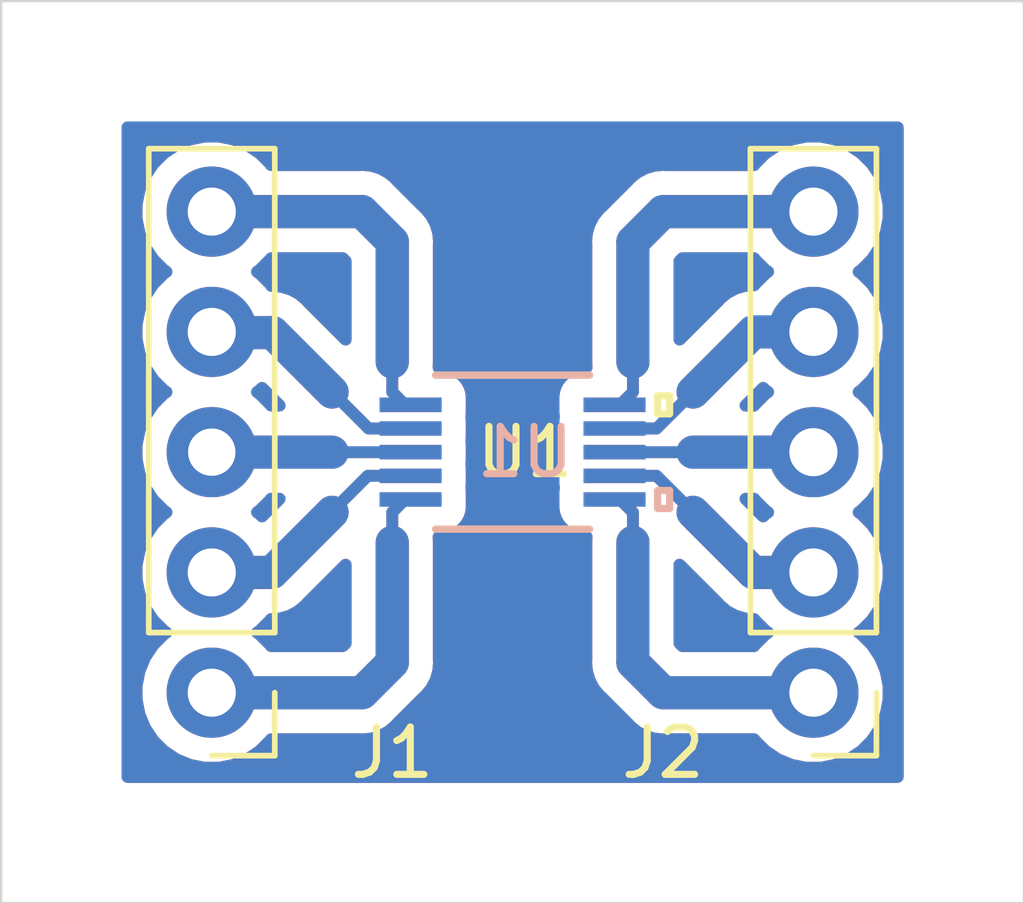
<source format=kicad_pcb>
(kicad_pcb (version 20171130) (host pcbnew "(5.1.6)-1")

  (general
    (thickness 1.6)
    (drawings 8)
    (tracks 96)
    (zones 0)
    (modules 4)
    (nets 11)
  )

  (page A)
  (layers
    (0 F.Cu signal)
    (31 B.Cu signal)
    (32 B.Adhes user hide)
    (33 F.Adhes user hide)
    (34 B.Paste user hide)
    (35 F.Paste user hide)
    (36 B.SilkS user)
    (37 F.SilkS user)
    (38 B.Mask user hide)
    (39 F.Mask user hide)
    (40 Dwgs.User user hide)
    (41 Cmts.User user hide)
    (42 Eco1.User user hide)
    (43 Eco2.User user hide)
    (44 Edge.Cuts user)
    (45 Margin user hide)
    (46 B.CrtYd user)
    (47 F.CrtYd user)
    (48 B.Fab user hide)
    (49 F.Fab user hide)
  )

  (setup
    (last_trace_width 0.25)
    (trace_clearance 0.2)
    (zone_clearance 0.508)
    (zone_45_only no)
    (trace_min 0.2)
    (via_size 0.8)
    (via_drill 0.4)
    (via_min_size 0.4)
    (via_min_drill 0.3)
    (uvia_size 0.3)
    (uvia_drill 0.1)
    (uvias_allowed no)
    (uvia_min_size 0.2)
    (uvia_min_drill 0.1)
    (edge_width 0.05)
    (segment_width 0.2)
    (pcb_text_width 0.3)
    (pcb_text_size 1.5 1.5)
    (mod_edge_width 0.12)
    (mod_text_size 1 1)
    (mod_text_width 0.15)
    (pad_size 1.3081 0.3048)
    (pad_drill 0)
    (pad_to_mask_clearance 0.05)
    (aux_axis_origin 119.38 98.425)
    (visible_elements 7FFFFFFF)
    (pcbplotparams
      (layerselection 0x0d130_ffffffff)
      (usegerberextensions false)
      (usegerberattributes true)
      (usegerberadvancedattributes true)
      (creategerberjobfile true)
      (excludeedgelayer true)
      (linewidth 0.100000)
      (plotframeref false)
      (viasonmask false)
      (mode 1)
      (useauxorigin false)
      (hpglpennumber 1)
      (hpglpenspeed 20)
      (hpglpendiameter 15.000000)
      (psnegative false)
      (psa4output false)
      (plotreference true)
      (plotvalue true)
      (plotinvisibletext false)
      (padsonsilk false)
      (subtractmaskfromsilk false)
      (outputformat 1)
      (mirror false)
      (drillshape 0)
      (scaleselection 1)
      (outputdirectory "../Fabrication/Walker-Howell_Breakout_10TSSOP_RevA/"))
  )

  (net 0 "")
  (net 1 5)
  (net 2 4)
  (net 3 3)
  (net 4 2)
  (net 5 1)
  (net 6 10)
  (net 7 9)
  (net 8 8)
  (net 9 7)
  (net 10 6)

  (net_class Default "This is the default net class."
    (clearance 0.2)
    (trace_width 0.25)
    (via_dia 0.8)
    (via_drill 0.4)
    (uvia_dia 0.3)
    (uvia_drill 0.1)
    (add_net 1)
    (add_net 10)
    (add_net 2)
    (add_net 3)
    (add_net 4)
    (add_net 5)
    (add_net 6)
    (add_net 7)
    (add_net 8)
    (add_net 9)
  )

  (module CS5343CZZ:CS5343-CZZ (layer B.Cu) (tedit 5FA19518) (tstamp 5FA29DC4)
    (at 130.175 107.95)
    (path /5FA0B152)
    (fp_text reference U1 (at 0.263099 0) (layer B.SilkS)
      (effects (font (size 1 1) (thickness 0.15)) (justify mirror))
    )
    (fp_text value CS5343-CZZ (at 0 0) (layer B.SilkS) hide
      (effects (font (size 1 1) (thickness 0.15)) (justify mirror))
    )
    (fp_line (start -1.4986 0.8476) (end -1.4986 1.1524) (layer B.Fab) (width 0.1524))
    (fp_line (start -1.4986 1.1524) (end -2.4511 1.1524) (layer B.Fab) (width 0.1524))
    (fp_line (start -2.4511 1.1524) (end -2.4511 0.8476) (layer B.Fab) (width 0.1524))
    (fp_line (start -2.4511 0.8476) (end -1.4986 0.8476) (layer B.Fab) (width 0.1524))
    (fp_line (start -1.4986 0.3476) (end -1.4986 0.6524) (layer B.Fab) (width 0.1524))
    (fp_line (start -1.4986 0.6524) (end -2.4511 0.6524) (layer B.Fab) (width 0.1524))
    (fp_line (start -2.4511 0.6524) (end -2.4511 0.3476) (layer B.Fab) (width 0.1524))
    (fp_line (start -2.4511 0.3476) (end -1.4986 0.3476) (layer B.Fab) (width 0.1524))
    (fp_line (start -1.4986 -0.1524) (end -1.4986 0.1524) (layer B.Fab) (width 0.1524))
    (fp_line (start -1.4986 0.1524) (end -2.4511 0.1524) (layer B.Fab) (width 0.1524))
    (fp_line (start -2.4511 0.1524) (end -2.4511 -0.1524) (layer B.Fab) (width 0.1524))
    (fp_line (start -2.4511 -0.1524) (end -1.4986 -0.1524) (layer B.Fab) (width 0.1524))
    (fp_line (start -1.4986 -0.6524) (end -1.4986 -0.3476) (layer B.Fab) (width 0.1524))
    (fp_line (start -1.4986 -0.3476) (end -2.4511 -0.3476) (layer B.Fab) (width 0.1524))
    (fp_line (start -2.4511 -0.3476) (end -2.4511 -0.6524) (layer B.Fab) (width 0.1524))
    (fp_line (start -2.4511 -0.6524) (end -1.4986 -0.6524) (layer B.Fab) (width 0.1524))
    (fp_line (start -1.4986 -1.1524) (end -1.4986 -0.8476) (layer B.Fab) (width 0.1524))
    (fp_line (start -1.4986 -0.8476) (end -2.4511 -0.8476) (layer B.Fab) (width 0.1524))
    (fp_line (start -2.4511 -0.8476) (end -2.4511 -1.1524) (layer B.Fab) (width 0.1524))
    (fp_line (start -2.4511 -1.1524) (end -1.4986 -1.1524) (layer B.Fab) (width 0.1524))
    (fp_line (start 1.4986 -0.8476) (end 1.4986 -1.1524) (layer B.Fab) (width 0.1524))
    (fp_line (start 1.4986 -1.1524) (end 2.4511 -1.1524) (layer B.Fab) (width 0.1524))
    (fp_line (start 2.4511 -1.1524) (end 2.4511 -0.8476) (layer B.Fab) (width 0.1524))
    (fp_line (start 2.4511 -0.8476) (end 1.4986 -0.8476) (layer B.Fab) (width 0.1524))
    (fp_line (start 1.4986 -0.3476) (end 1.4986 -0.6524) (layer B.Fab) (width 0.1524))
    (fp_line (start 1.4986 -0.6524) (end 2.4511 -0.6524) (layer B.Fab) (width 0.1524))
    (fp_line (start 2.4511 -0.6524) (end 2.4511 -0.3476) (layer B.Fab) (width 0.1524))
    (fp_line (start 2.4511 -0.3476) (end 1.4986 -0.3476) (layer B.Fab) (width 0.1524))
    (fp_line (start 1.4986 0.1524) (end 1.4986 -0.1524) (layer B.Fab) (width 0.1524))
    (fp_line (start 1.4986 -0.1524) (end 2.4511 -0.1524) (layer B.Fab) (width 0.1524))
    (fp_line (start 2.4511 -0.1524) (end 2.4511 0.1524) (layer B.Fab) (width 0.1524))
    (fp_line (start 2.4511 0.1524) (end 1.4986 0.1524) (layer B.Fab) (width 0.1524))
    (fp_line (start 1.4986 0.6524) (end 1.4986 0.3476) (layer B.Fab) (width 0.1524))
    (fp_line (start 1.4986 0.3476) (end 2.4511 0.3476) (layer B.Fab) (width 0.1524))
    (fp_line (start 2.4511 0.3476) (end 2.4511 0.6524) (layer B.Fab) (width 0.1524))
    (fp_line (start 2.4511 0.6524) (end 1.4986 0.6524) (layer B.Fab) (width 0.1524))
    (fp_line (start 1.4986 1.1524) (end 1.4986 0.8476) (layer B.Fab) (width 0.1524))
    (fp_line (start 1.4986 0.8476) (end 2.4511 0.8476) (layer B.Fab) (width 0.1524))
    (fp_line (start 2.4511 0.8476) (end 2.4511 1.1524) (layer B.Fab) (width 0.1524))
    (fp_line (start 2.4511 1.1524) (end 1.4986 1.1524) (layer B.Fab) (width 0.1524))
    (fp_line (start -1.6256 -1.6256) (end 1.6256 -1.6256) (layer B.SilkS) (width 0.1524))
    (fp_line (start 1.6256 1.6256) (end -1.6256 1.6256) (layer B.SilkS) (width 0.1524))
    (fp_line (start -1.4986 -1.4986) (end 1.4986 -1.4986) (layer B.Fab) (width 0.1524))
    (fp_line (start 1.4986 -1.4986) (end 1.4986 1.4986) (layer B.Fab) (width 0.1524))
    (fp_line (start 1.4986 1.4986) (end -1.4986 1.4986) (layer B.Fab) (width 0.1524))
    (fp_line (start -1.4986 1.4986) (end -1.4986 -1.4986) (layer B.Fab) (width 0.1524))
    (fp_line (start 3.3147 1.190501) (end 3.3147 0.809501) (layer B.SilkS) (width 0.1524))
    (fp_line (start 3.3147 0.809501) (end 3.0607 0.809501) (layer B.SilkS) (width 0.1524))
    (fp_line (start 3.0607 0.809501) (end 3.0607 1.190501) (layer B.SilkS) (width 0.1524))
    (fp_line (start 3.0607 1.190501) (end 3.3147 1.190501) (layer B.SilkS) (width 0.1524))
    (fp_line (start -3.0607 -1.4064) (end -3.0607 1.4064) (layer B.CrtYd) (width 0.1524))
    (fp_line (start -3.0607 1.4064) (end -1.7526 1.4064) (layer B.CrtYd) (width 0.1524))
    (fp_line (start -1.7526 1.4064) (end -1.7526 1.7526) (layer B.CrtYd) (width 0.1524))
    (fp_line (start -1.7526 1.7526) (end 1.7526 1.7526) (layer B.CrtYd) (width 0.1524))
    (fp_line (start 1.7526 1.7526) (end 1.7526 1.4064) (layer B.CrtYd) (width 0.1524))
    (fp_line (start 1.7526 1.4064) (end 3.0607 1.4064) (layer B.CrtYd) (width 0.1524))
    (fp_line (start 3.0607 1.4064) (end 3.0607 -1.4064) (layer B.CrtYd) (width 0.1524))
    (fp_line (start 3.0607 -1.4064) (end 1.7526 -1.4064) (layer B.CrtYd) (width 0.1524))
    (fp_line (start 1.7526 -1.4064) (end 1.7526 -1.7526) (layer B.CrtYd) (width 0.1524))
    (fp_line (start 1.7526 -1.7526) (end -1.7526 -1.7526) (layer B.CrtYd) (width 0.1524))
    (fp_line (start -1.7526 -1.7526) (end -1.7526 -1.4064) (layer B.CrtYd) (width 0.1524))
    (fp_line (start -1.7526 -1.4064) (end -3.0607 -1.4064) (layer B.CrtYd) (width 0.1524))
    (fp_arc (start 0 1.4986) (end 0.3048 1.4986) (angle -180) (layer B.Fab) (width 0.1524))
    (fp_text user * (at -1.1176 1.4224) (layer B.Fab) hide
      (effects (font (size 1 1) (thickness 0.15)) (justify mirror))
    )
    (fp_text user * (at -2.40665 2.4478) (layer B.SilkS) hide
      (effects (font (size 1 1) (thickness 0.15)) (justify mirror))
    )
    (fp_text user 0.052in/1.308mm (at -2.15265 -3.9116) (layer Dwgs.User) hide
      (effects (font (size 1 1) (thickness 0.15)))
    )
    (fp_text user 0.17in/4.305mm (at 0 3.9116) (layer Dwgs.User) hide
      (effects (font (size 1 1) (thickness 0.15)))
    )
    (fp_text user 0.012in/0.305mm (at 5.20065 1) (layer Dwgs.User) hide
      (effects (font (size 1 1) (thickness 0.15)))
    )
    (fp_text user 0.02in/0.5mm (at -5.20065 0.75) (layer Dwgs.User) hide
      (effects (font (size 1 1) (thickness 0.15)))
    )
    (fp_text user * (at -1.1176 1.4224) (layer B.Fab) hide
      (effects (font (size 1 1) (thickness 0.15)) (justify mirror))
    )
    (fp_text user * (at -2.40665 2.4478) (layer B.SilkS) hide
      (effects (font (size 1 1) (thickness 0.15)) (justify mirror))
    )
    (fp_text user "Copyright 2016 Accelerated Designs. All rights reserved." (at 0 0) (layer Cmts.User) hide
      (effects (font (size 0.127 0.127) (thickness 0.002)))
    )
    (pad 10 smd rect (at 2.15265 1.000001) (size 1.3081 0.3048) (layers B.Cu B.Paste B.Mask)
      (net 10 6))
    (pad 9 smd rect (at 2.15265 0.499999) (size 1.3081 0.3048) (layers B.Cu B.Paste B.Mask)
      (net 9 7))
    (pad 8 smd rect (at 2.15265 0) (size 1.3081 0.3048) (layers B.Cu B.Paste B.Mask)
      (net 8 8))
    (pad 7 smd rect (at 2.15265 -0.499999) (size 1.3081 0.3048) (layers B.Cu B.Paste B.Mask)
      (net 7 9))
    (pad 6 smd rect (at 2.15265 -1.000001) (size 1.3081 0.3048) (layers B.Cu B.Paste B.Mask)
      (net 6 10))
    (pad 5 smd rect (at -2.15265 -1.000001) (size 1.3081 0.3048) (layers B.Cu B.Paste B.Mask)
      (net 5 1))
    (pad 4 smd rect (at -2.15265 -0.499999) (size 1.3081 0.3048) (layers B.Cu B.Paste B.Mask)
      (net 4 2))
    (pad 3 smd rect (at -2.15265 0) (size 1.3081 0.3048) (layers B.Cu B.Paste B.Mask)
      (net 3 3))
    (pad 2 smd rect (at -2.15265 0.499999) (size 1.3081 0.3048) (layers B.Cu B.Paste B.Mask)
      (net 2 4))
    (pad 1 smd rect (at -2.15265 1.000001) (size 1.3081 0.3048) (layers B.Cu B.Paste B.Mask)
      (net 1 5))
  )

  (module Connector_PinHeader_2.54mm:PinHeader_1x05_P2.54mm_Vertical (layer F.Cu) (tedit 5FA18FDA) (tstamp 5FA10DF2)
    (at 123.825 113.03 180)
    (descr "Through hole straight pin header, 1x05, 2.54mm pitch, single row")
    (tags "Through hole pin header THT 1x05 2.54mm single row")
    (path /5FA0D542)
    (fp_text reference J1 (at -3.81 -1.27) (layer F.SilkS)
      (effects (font (size 1 1) (thickness 0.15)))
    )
    (fp_text value Conn_01x05_Male (at 0 12.49) (layer F.Fab) hide
      (effects (font (size 1 1) (thickness 0.15)))
    )
    (fp_line (start -0.635 -1.27) (end 1.27 -1.27) (layer F.Fab) (width 0.1))
    (fp_line (start 1.27 -1.27) (end 1.27 11.43) (layer F.Fab) (width 0.1))
    (fp_line (start 1.27 11.43) (end -1.27 11.43) (layer F.Fab) (width 0.1))
    (fp_line (start -1.27 11.43) (end -1.27 -0.635) (layer F.Fab) (width 0.1))
    (fp_line (start -1.27 -0.635) (end -0.635 -1.27) (layer F.Fab) (width 0.1))
    (fp_line (start -1.33 11.49) (end 1.33 11.49) (layer F.SilkS) (width 0.12))
    (fp_line (start -1.33 1.27) (end -1.33 11.49) (layer F.SilkS) (width 0.12))
    (fp_line (start 1.33 1.27) (end 1.33 11.49) (layer F.SilkS) (width 0.12))
    (fp_line (start -1.33 1.27) (end 1.33 1.27) (layer F.SilkS) (width 0.12))
    (fp_line (start -1.33 0) (end -1.33 -1.33) (layer F.SilkS) (width 0.12))
    (fp_line (start -1.33 -1.33) (end 0 -1.33) (layer F.SilkS) (width 0.12))
    (fp_line (start -1.8 -1.8) (end -1.8 11.95) (layer F.CrtYd) (width 0.05))
    (fp_line (start -1.8 11.95) (end 1.8 11.95) (layer F.CrtYd) (width 0.05))
    (fp_line (start 1.8 11.95) (end 1.8 -1.8) (layer F.CrtYd) (width 0.05))
    (fp_line (start 1.8 -1.8) (end -1.8 -1.8) (layer F.CrtYd) (width 0.05))
    (fp_text user %R (at 0 5.08 90) (layer F.Fab) hide
      (effects (font (size 1 1) (thickness 0.15)))
    )
    (pad 1 thru_hole oval (at 0 0 180) (size 1.905 1.905) (drill 1.016) (layers *.Cu *.Mask)
      (net 1 5))
    (pad 2 thru_hole oval (at 0 2.54 180) (size 1.905 1.905) (drill 1.016) (layers *.Cu *.Mask)
      (net 2 4))
    (pad 3 thru_hole oval (at 0 5.08 180) (size 1.905 1.905) (drill 1) (layers *.Cu *.Mask)
      (net 3 3))
    (pad 4 thru_hole oval (at 0 7.62 180) (size 1.905 1.905) (drill 1.016) (layers *.Cu *.Mask)
      (net 4 2))
    (pad 5 thru_hole oval (at 0 10.16 180) (size 1.905 1.905) (drill 1.016) (layers *.Cu *.Mask)
      (net 5 1))
    (model ${KISYS3DMOD}/Connector_PinHeader_2.54mm.3dshapes/PinHeader_1x05_P2.54mm_Vertical.wrl
      (at (xyz 0 0 0))
      (scale (xyz 1 1 1))
      (rotate (xyz 0 0 0))
    )
  )

  (module Connector_PinHeader_2.54mm:PinHeader_1x05_P2.54mm_Vertical (layer F.Cu) (tedit 5FA19034) (tstamp 5FA110C0)
    (at 136.525 113.03 180)
    (descr "Through hole straight pin header, 1x05, 2.54mm pitch, single row")
    (tags "Through hole pin header THT 1x05 2.54mm single row")
    (path /5FA29B9C)
    (fp_text reference J2 (at 3.175 -1.27) (layer F.SilkS)
      (effects (font (size 1 1) (thickness 0.15)))
    )
    (fp_text value Conn_01x05_Male (at 0 12.49) (layer F.Fab) hide
      (effects (font (size 1 1) (thickness 0.15)))
    )
    (fp_line (start 1.8 -1.8) (end -1.8 -1.8) (layer F.CrtYd) (width 0.05))
    (fp_line (start 1.8 11.95) (end 1.8 -1.8) (layer F.CrtYd) (width 0.05))
    (fp_line (start -1.8 11.95) (end 1.8 11.95) (layer F.CrtYd) (width 0.05))
    (fp_line (start -1.8 -1.8) (end -1.8 11.95) (layer F.CrtYd) (width 0.05))
    (fp_line (start -1.33 -1.33) (end 0 -1.33) (layer F.SilkS) (width 0.12))
    (fp_line (start -1.33 0) (end -1.33 -1.33) (layer F.SilkS) (width 0.12))
    (fp_line (start -1.33 1.27) (end 1.33 1.27) (layer F.SilkS) (width 0.12))
    (fp_line (start 1.33 1.27) (end 1.33 11.49) (layer F.SilkS) (width 0.12))
    (fp_line (start -1.33 1.27) (end -1.33 11.49) (layer F.SilkS) (width 0.12))
    (fp_line (start -1.33 11.49) (end 1.33 11.49) (layer F.SilkS) (width 0.12))
    (fp_line (start -1.27 -0.635) (end -0.635 -1.27) (layer F.Fab) (width 0.1))
    (fp_line (start -1.27 11.43) (end -1.27 -0.635) (layer F.Fab) (width 0.1))
    (fp_line (start 1.27 11.43) (end -1.27 11.43) (layer F.Fab) (width 0.1))
    (fp_line (start 1.27 -1.27) (end 1.27 11.43) (layer F.Fab) (width 0.1))
    (fp_line (start -0.635 -1.27) (end 1.27 -1.27) (layer F.Fab) (width 0.1))
    (fp_text user %R (at 0 5.08 90) (layer F.Fab) hide
      (effects (font (size 1 1) (thickness 0.15)))
    )
    (pad 5 thru_hole oval (at 0 10.16 180) (size 1.905 1.905) (drill 1.016) (layers *.Cu *.Mask)
      (net 6 10))
    (pad 4 thru_hole oval (at 0 7.62 180) (size 1.905 1.905) (drill 1.016) (layers *.Cu *.Mask)
      (net 7 9))
    (pad 3 thru_hole oval (at 0 5.08 180) (size 1.905 1.905) (drill 1.016) (layers *.Cu *.Mask)
      (net 8 8))
    (pad 2 thru_hole oval (at 0 2.54 180) (size 1.905 1.905) (drill 1.016) (layers *.Cu *.Mask)
      (net 9 7))
    (pad 1 thru_hole oval (at 0 0 180) (size 1.905 1.905) (drill 1.016) (layers *.Cu *.Mask)
      (net 10 6))
    (model ${KISYS3DMOD}/Connector_PinHeader_2.54mm.3dshapes/PinHeader_1x05_P2.54mm_Vertical.wrl
      (at (xyz 0 0 0))
      (scale (xyz 1 1 1))
      (rotate (xyz 0 0 0))
    )
  )

  (module CS5343CZZ:CS5343-CZZ (layer F.Cu) (tedit 5FA1914A) (tstamp 5FA10E61)
    (at 130.175 107.95)
    (path /5FA0B152)
    (fp_text reference U1 (at 0.263099 0) (layer F.SilkS)
      (effects (font (size 1 1) (thickness 0.15)))
    )
    (fp_text value CS5343-CZZ (at 0 0) (layer F.SilkS) hide
      (effects (font (size 1 1) (thickness 0.15)))
    )
    (fp_line (start -1.4986 -0.8476) (end -1.4986 -1.1524) (layer F.Fab) (width 0.1524))
    (fp_line (start -1.4986 -1.1524) (end -2.4511 -1.1524) (layer F.Fab) (width 0.1524))
    (fp_line (start -2.4511 -1.1524) (end -2.4511 -0.8476) (layer F.Fab) (width 0.1524))
    (fp_line (start -2.4511 -0.8476) (end -1.4986 -0.8476) (layer F.Fab) (width 0.1524))
    (fp_line (start -1.4986 -0.3476) (end -1.4986 -0.6524) (layer F.Fab) (width 0.1524))
    (fp_line (start -1.4986 -0.6524) (end -2.4511 -0.6524) (layer F.Fab) (width 0.1524))
    (fp_line (start -2.4511 -0.6524) (end -2.4511 -0.3476) (layer F.Fab) (width 0.1524))
    (fp_line (start -2.4511 -0.3476) (end -1.4986 -0.3476) (layer F.Fab) (width 0.1524))
    (fp_line (start -1.4986 0.1524) (end -1.4986 -0.1524) (layer F.Fab) (width 0.1524))
    (fp_line (start -1.4986 -0.1524) (end -2.4511 -0.1524) (layer F.Fab) (width 0.1524))
    (fp_line (start -2.4511 -0.1524) (end -2.4511 0.1524) (layer F.Fab) (width 0.1524))
    (fp_line (start -2.4511 0.1524) (end -1.4986 0.1524) (layer F.Fab) (width 0.1524))
    (fp_line (start -1.4986 0.6524) (end -1.4986 0.3476) (layer F.Fab) (width 0.1524))
    (fp_line (start -1.4986 0.3476) (end -2.4511 0.3476) (layer F.Fab) (width 0.1524))
    (fp_line (start -2.4511 0.3476) (end -2.4511 0.6524) (layer F.Fab) (width 0.1524))
    (fp_line (start -2.4511 0.6524) (end -1.4986 0.6524) (layer F.Fab) (width 0.1524))
    (fp_line (start -1.4986 1.1524) (end -1.4986 0.8476) (layer F.Fab) (width 0.1524))
    (fp_line (start -1.4986 0.8476) (end -2.4511 0.8476) (layer F.Fab) (width 0.1524))
    (fp_line (start -2.4511 0.8476) (end -2.4511 1.1524) (layer F.Fab) (width 0.1524))
    (fp_line (start -2.4511 1.1524) (end -1.4986 1.1524) (layer F.Fab) (width 0.1524))
    (fp_line (start 1.4986 0.8476) (end 1.4986 1.1524) (layer F.Fab) (width 0.1524))
    (fp_line (start 1.4986 1.1524) (end 2.4511 1.1524) (layer F.Fab) (width 0.1524))
    (fp_line (start 2.4511 1.1524) (end 2.4511 0.8476) (layer F.Fab) (width 0.1524))
    (fp_line (start 2.4511 0.8476) (end 1.4986 0.8476) (layer F.Fab) (width 0.1524))
    (fp_line (start 1.4986 0.3476) (end 1.4986 0.6524) (layer F.Fab) (width 0.1524))
    (fp_line (start 1.4986 0.6524) (end 2.4511 0.6524) (layer F.Fab) (width 0.1524))
    (fp_line (start 2.4511 0.6524) (end 2.4511 0.3476) (layer F.Fab) (width 0.1524))
    (fp_line (start 2.4511 0.3476) (end 1.4986 0.3476) (layer F.Fab) (width 0.1524))
    (fp_line (start 1.4986 -0.1524) (end 1.4986 0.1524) (layer F.Fab) (width 0.1524))
    (fp_line (start 1.4986 0.1524) (end 2.4511 0.1524) (layer F.Fab) (width 0.1524))
    (fp_line (start 2.4511 0.1524) (end 2.4511 -0.1524) (layer F.Fab) (width 0.1524))
    (fp_line (start 2.4511 -0.1524) (end 1.4986 -0.1524) (layer F.Fab) (width 0.1524))
    (fp_line (start 1.4986 -0.6524) (end 1.4986 -0.3476) (layer F.Fab) (width 0.1524))
    (fp_line (start 1.4986 -0.3476) (end 2.4511 -0.3476) (layer F.Fab) (width 0.1524))
    (fp_line (start 2.4511 -0.3476) (end 2.4511 -0.6524) (layer F.Fab) (width 0.1524))
    (fp_line (start 2.4511 -0.6524) (end 1.4986 -0.6524) (layer F.Fab) (width 0.1524))
    (fp_line (start 1.4986 -1.1524) (end 1.4986 -0.8476) (layer F.Fab) (width 0.1524))
    (fp_line (start 1.4986 -0.8476) (end 2.4511 -0.8476) (layer F.Fab) (width 0.1524))
    (fp_line (start 2.4511 -0.8476) (end 2.4511 -1.1524) (layer F.Fab) (width 0.1524))
    (fp_line (start 2.4511 -1.1524) (end 1.4986 -1.1524) (layer F.Fab) (width 0.1524))
    (fp_line (start -1.6256 1.6256) (end 1.6256 1.6256) (layer F.SilkS) (width 0.1524))
    (fp_line (start 1.6256 -1.6256) (end -1.6256 -1.6256) (layer F.SilkS) (width 0.1524))
    (fp_line (start -1.4986 1.4986) (end 1.4986 1.4986) (layer F.Fab) (width 0.1524))
    (fp_line (start 1.4986 1.4986) (end 1.4986 -1.4986) (layer F.Fab) (width 0.1524))
    (fp_line (start 1.4986 -1.4986) (end -1.4986 -1.4986) (layer F.Fab) (width 0.1524))
    (fp_line (start -1.4986 -1.4986) (end -1.4986 1.4986) (layer F.Fab) (width 0.1524))
    (fp_line (start 3.3147 -1.190501) (end 3.3147 -0.809501) (layer F.SilkS) (width 0.1524))
    (fp_line (start 3.3147 -0.809501) (end 3.0607 -0.809501) (layer F.SilkS) (width 0.1524))
    (fp_line (start 3.0607 -0.809501) (end 3.0607 -1.190501) (layer F.SilkS) (width 0.1524))
    (fp_line (start 3.0607 -1.190501) (end 3.3147 -1.190501) (layer F.SilkS) (width 0.1524))
    (fp_line (start -3.0607 1.4064) (end -3.0607 -1.4064) (layer F.CrtYd) (width 0.1524))
    (fp_line (start -3.0607 -1.4064) (end -1.7526 -1.4064) (layer F.CrtYd) (width 0.1524))
    (fp_line (start -1.7526 -1.4064) (end -1.7526 -1.7526) (layer F.CrtYd) (width 0.1524))
    (fp_line (start -1.7526 -1.7526) (end 1.7526 -1.7526) (layer F.CrtYd) (width 0.1524))
    (fp_line (start 1.7526 -1.7526) (end 1.7526 -1.4064) (layer F.CrtYd) (width 0.1524))
    (fp_line (start 1.7526 -1.4064) (end 3.0607 -1.4064) (layer F.CrtYd) (width 0.1524))
    (fp_line (start 3.0607 -1.4064) (end 3.0607 1.4064) (layer F.CrtYd) (width 0.1524))
    (fp_line (start 3.0607 1.4064) (end 1.7526 1.4064) (layer F.CrtYd) (width 0.1524))
    (fp_line (start 1.7526 1.4064) (end 1.7526 1.7526) (layer F.CrtYd) (width 0.1524))
    (fp_line (start 1.7526 1.7526) (end -1.7526 1.7526) (layer F.CrtYd) (width 0.1524))
    (fp_line (start -1.7526 1.7526) (end -1.7526 1.4064) (layer F.CrtYd) (width 0.1524))
    (fp_line (start -1.7526 1.4064) (end -3.0607 1.4064) (layer F.CrtYd) (width 0.1524))
    (fp_text user "Copyright 2016 Accelerated Designs. All rights reserved." (at 0 0) (layer Cmts.User) hide
      (effects (font (size 0.127 0.127) (thickness 0.002)))
    )
    (fp_text user * (at -2.40665 -2.4478) (layer F.SilkS) hide
      (effects (font (size 1 1) (thickness 0.15)))
    )
    (fp_text user * (at -1.1176 -1.4224) (layer F.Fab) hide
      (effects (font (size 1 1) (thickness 0.15)))
    )
    (fp_text user 0.02in/0.5mm (at -5.20065 -0.75) (layer Dwgs.User) hide
      (effects (font (size 1 1) (thickness 0.15)))
    )
    (fp_text user 0.012in/0.305mm (at 5.20065 -1) (layer Dwgs.User) hide
      (effects (font (size 1 1) (thickness 0.15)))
    )
    (fp_text user 0.17in/4.305mm (at 0 -3.9116) (layer Dwgs.User) hide
      (effects (font (size 1 1) (thickness 0.15)))
    )
    (fp_text user 0.052in/1.308mm (at -2.15265 3.9116) (layer Dwgs.User) hide
      (effects (font (size 1 1) (thickness 0.15)))
    )
    (fp_text user * (at -2.40665 -2.4478) (layer F.SilkS) hide
      (effects (font (size 1 1) (thickness 0.15)))
    )
    (fp_text user * (at -1.1176 -1.4224) (layer F.Fab) hide
      (effects (font (size 1 1) (thickness 0.15)))
    )
    (fp_arc (start 0 -1.4986) (end 0.3048 -1.4986) (angle 180) (layer F.Fab) (width 0.1524))
    (pad 1 smd rect (at -2.15265 -1.000001) (size 1.3081 0.3048) (layers F.Cu F.Paste F.Mask)
      (net 5 1))
    (pad 2 smd rect (at -2.15265 -0.499999) (size 1.3081 0.3048) (layers F.Cu F.Paste F.Mask)
      (net 4 2))
    (pad 3 smd rect (at -2.15265 0) (size 1.3081 0.3048) (layers F.Cu F.Paste F.Mask)
      (net 3 3))
    (pad 4 smd rect (at -2.15265 0.499999) (size 1.3081 0.3048) (layers F.Cu F.Paste F.Mask)
      (net 2 4))
    (pad 5 smd rect (at -2.15265 1.000001) (size 1.3081 0.3048) (layers F.Cu F.Paste F.Mask)
      (net 1 5))
    (pad 6 smd rect (at 2.15265 1.000001) (size 1.3081 0.3048) (layers F.Cu F.Paste F.Mask)
      (net 10 6))
    (pad 7 smd rect (at 2.15265 0.499999) (size 1.3081 0.3048) (layers F.Cu F.Paste F.Mask)
      (net 9 7))
    (pad 8 smd rect (at 2.15265 0) (size 1.3081 0.3048) (layers F.Cu F.Paste F.Mask)
      (net 8 8))
    (pad 9 smd rect (at 2.15265 -0.499999) (size 1.3081 0.3048) (layers F.Cu F.Paste F.Mask)
      (net 7 9))
    (pad 10 smd rect (at 2.15265 -1.000001) (size 1.3081 0.3048) (layers F.Cu F.Paste F.Mask)
      (net 6 10))
  )

  (gr_line (start 119.38 117.475) (end 119.38 98.425) (layer Edge.Cuts) (width 0.05) (tstamp 5FA120B0))
  (gr_line (start 140.97 117.475) (end 119.38 117.475) (layer Edge.Cuts) (width 0.05))
  (gr_line (start 140.97 98.425) (end 140.97 117.475) (layer Edge.Cuts) (width 0.05))
  (gr_line (start 119.38 98.425) (end 140.97 98.425) (layer Edge.Cuts) (width 0.05))
  (gr_line (start 121.92 114.935) (end 121.92 100.965) (layer Dwgs.User) (width 0.15) (tstamp 5FA1207C))
  (gr_line (start 138.43 114.935) (end 121.92 114.935) (layer Dwgs.User) (width 0.15))
  (gr_line (start 138.43 100.965) (end 138.43 114.935) (layer Dwgs.User) (width 0.15))
  (gr_line (start 121.92 100.965) (end 138.43 100.965) (layer Dwgs.User) (width 0.15))

  (segment (start 132.32765 108.950001) (end 132.445001 108.950001) (width 0.25) (layer B.Cu) (net 10) (tstamp 5FA2BC5C))
  (segment (start 132.715 109.22) (end 132.715 109.855) (width 0.25) (layer B.Cu) (net 10) (tstamp 5FA2BC5D))
  (segment (start 132.715 112.395) (end 133.35 113.03) (width 0.7) (layer B.Cu) (net 10) (tstamp 5FA2BC5E))
  (segment (start 133.35 113.03) (end 136.525 113.03) (width 0.7) (layer B.Cu) (net 10) (tstamp 5FA2BC5F))
  (segment (start 132.445001 108.950001) (end 132.715 109.22) (width 0.25) (layer B.Cu) (net 10) (tstamp 5FA2BC60))
  (segment (start 132.715 109.855) (end 132.715 112.395) (width 0.7) (layer B.Cu) (net 10) (tstamp 5FA2BC61))
  (segment (start 135.255 110.49) (end 136.525 110.49) (width 0.7) (layer B.Cu) (net 9) (tstamp 5FA2BC49))
  (segment (start 133.985 109.22) (end 135.255 110.49) (width 0.7) (layer B.Cu) (net 9) (tstamp 5FA2BC4A))
  (segment (start 133.214999 108.449999) (end 133.985 109.22) (width 0.25) (layer B.Cu) (net 9) (tstamp 5FA2BC4B))
  (segment (start 132.32765 108.449999) (end 133.214999 108.449999) (width 0.25) (layer B.Cu) (net 9) (tstamp 5FA2BC4C))
  (segment (start 133.985 107.95) (end 136.525 107.95) (width 0.7) (layer B.Cu) (net 8) (tstamp 5FA2BC27))
  (segment (start 132.32765 107.95) (end 133.985 107.95) (width 0.25) (layer B.Cu) (net 8) (tstamp 5FA2BC28))
  (segment (start 135.255 105.41) (end 136.525 105.41) (width 0.7) (layer B.Cu) (net 7) (tstamp 5FA2BBF8))
  (segment (start 133.214999 107.450001) (end 133.985 106.68) (width 0.25) (layer B.Cu) (net 7) (tstamp 5FA2BBF9))
  (segment (start 132.32765 107.450001) (end 133.214999 107.450001) (width 0.25) (layer B.Cu) (net 7) (tstamp 5FA2BBFA))
  (segment (start 133.985 106.68) (end 135.255 105.41) (width 0.7) (layer B.Cu) (net 7) (tstamp 5FA2BBFB))
  (segment (start 133.35 102.87) (end 136.525 102.87) (width 0.7) (layer B.Cu) (net 6) (tstamp 5FA2BBDE))
  (segment (start 132.715 103.505) (end 133.35 102.87) (width 0.7) (layer B.Cu) (net 6) (tstamp 5FA2BBDF))
  (segment (start 132.715 106.045) (end 132.715 103.505) (width 0.7) (layer B.Cu) (net 6) (tstamp 5FA2BBE0))
  (segment (start 132.715 106.68) (end 132.715 106.045) (width 0.25) (layer B.Cu) (net 6) (tstamp 5FA2BBE1))
  (segment (start 132.32765 106.949999) (end 132.445001 106.949999) (width 0.25) (layer B.Cu) (net 6) (tstamp 5FA2BBE2))
  (segment (start 132.445001 106.949999) (end 132.715 106.68) (width 0.25) (layer B.Cu) (net 6) (tstamp 5FA2BBE3))
  (segment (start 127 113.03) (end 123.825 113.03) (width 0.7) (layer B.Cu) (net 1) (tstamp 5FA2BBC4))
  (segment (start 127.635 112.395) (end 127 113.03) (width 0.7) (layer B.Cu) (net 1) (tstamp 5FA2BBC5))
  (segment (start 127.904999 108.950001) (end 127.635 109.22) (width 0.25) (layer B.Cu) (net 1) (tstamp 5FA2BBC6))
  (segment (start 127.635 109.22) (end 127.635 109.855) (width 0.25) (layer B.Cu) (net 1) (tstamp 5FA2BBC7))
  (segment (start 127.635 109.855) (end 127.635 112.395) (width 0.7) (layer B.Cu) (net 1) (tstamp 5FA2BBC8))
  (segment (start 128.02235 108.950001) (end 127.904999 108.950001) (width 0.25) (layer B.Cu) (net 1) (tstamp 5FA2BBC9))
  (segment (start 125.095 110.49) (end 123.825 110.49) (width 0.7) (layer B.Cu) (net 2) (tstamp 5FA2BBAA))
  (segment (start 126.365 109.203299) (end 126.365 109.22) (width 0.25) (layer B.Cu) (net 2) (tstamp 5FA2BBAB))
  (segment (start 126.365 109.22) (end 125.095 110.49) (width 0.7) (layer B.Cu) (net 2) (tstamp 5FA2BBAC))
  (segment (start 127.1183 108.449999) (end 126.365 109.203299) (width 0.25) (layer B.Cu) (net 2) (tstamp 5FA2BBAD))
  (segment (start 128.02235 108.449999) (end 127.1183 108.449999) (width 0.25) (layer B.Cu) (net 2) (tstamp 5FA2BBAE))
  (segment (start 126.365 107.95) (end 123.825 107.95) (width 0.7) (layer B.Cu) (net 3) (tstamp 5FA2B13E))
  (segment (start 128.02235 107.95) (end 126.365 107.95) (width 0.25) (layer B.Cu) (net 3) (tstamp 5FA2B13F))
  (segment (start 125.095 105.426701) (end 123.841701 105.426701) (width 0.7) (layer B.Cu) (net 4) (tstamp 5FA2B0C8))
  (segment (start 125.111701 105.426701) (end 125.095 105.426701) (width 0.7) (layer B.Cu) (net 4) (tstamp 5FA2B0C9))
  (segment (start 123.841701 105.426701) (end 123.825 105.41) (width 0.25) (layer B.Cu) (net 4) (tstamp 5FA2B0CA))
  (segment (start 127.135001 107.450001) (end 126.365 106.68) (width 0.25) (layer B.Cu) (net 4) (tstamp 5FA2B0CB))
  (segment (start 126.365 106.68) (end 125.111701 105.426701) (width 0.7) (layer B.Cu) (net 4) (tstamp 5FA2B0CC))
  (segment (start 128.02235 107.450001) (end 127.135001 107.450001) (width 0.25) (layer B.Cu) (net 4) (tstamp 5FA2B0CD))
  (segment (start 127.904999 106.949999) (end 127.635 106.68) (width 0.25) (layer B.Cu) (net 5) (tstamp 5FA2B09B))
  (segment (start 127.635 106.68) (end 127.635 106.045) (width 0.25) (layer B.Cu) (net 5) (tstamp 5FA2B09C))
  (segment (start 127 102.87) (end 123.825 102.87) (width 0.7) (layer B.Cu) (net 5) (tstamp 5FA2B09D))
  (segment (start 127.635 103.505) (end 127 102.87) (width 0.7) (layer B.Cu) (net 5) (tstamp 5FA2B09E))
  (segment (start 128.02235 106.949999) (end 127.904999 106.949999) (width 0.25) (layer B.Cu) (net 5) (tstamp 5FA2B09F))
  (segment (start 127.635 106.045) (end 127.635 103.505) (width 0.7) (layer B.Cu) (net 5) (tstamp 5FA2B0A0))
  (segment (start 128.02235 106.949999) (end 127.904999 106.949999) (width 0.25) (layer B.Cu) (net 5) (tstamp 5FA2B0A1))
  (segment (start 127 113.03) (end 123.825 113.03) (width 0.7) (layer F.Cu) (net 1))
  (segment (start 127.635 109.855) (end 127.635 112.395) (width 0.7) (layer F.Cu) (net 1))
  (segment (start 127.635 112.395) (end 127 113.03) (width 0.7) (layer F.Cu) (net 1))
  (segment (start 128.02235 108.950001) (end 127.904999 108.950001) (width 0.25) (layer F.Cu) (net 1))
  (segment (start 127.635 109.22) (end 127.635 109.855) (width 0.25) (layer F.Cu) (net 1))
  (segment (start 127.904999 108.950001) (end 127.635 109.22) (width 0.25) (layer F.Cu) (net 1))
  (segment (start 127.1183 108.449999) (end 126.365 109.203299) (width 0.25) (layer F.Cu) (net 2))
  (segment (start 128.02235 108.449999) (end 127.1183 108.449999) (width 0.25) (layer F.Cu) (net 2))
  (segment (start 126.365 109.203299) (end 126.365 109.22) (width 0.25) (layer F.Cu) (net 2))
  (segment (start 125.095 110.49) (end 123.825 110.49) (width 0.7) (layer F.Cu) (net 2))
  (segment (start 126.365 109.22) (end 125.095 110.49) (width 0.7) (layer F.Cu) (net 2))
  (segment (start 128.02235 107.95) (end 126.365 107.95) (width 0.25) (layer F.Cu) (net 3))
  (segment (start 126.365 107.95) (end 123.825 107.95) (width 0.7) (layer F.Cu) (net 3))
  (segment (start 123.841701 105.426701) (end 123.825 105.41) (width 0.25) (layer F.Cu) (net 4))
  (segment (start 125.095 105.426701) (end 123.841701 105.426701) (width 0.7) (layer F.Cu) (net 4))
  (segment (start 125.111701 105.426701) (end 125.095 105.426701) (width 0.7) (layer F.Cu) (net 4))
  (segment (start 126.365 106.68) (end 125.111701 105.426701) (width 0.7) (layer F.Cu) (net 4))
  (segment (start 127.135001 107.450001) (end 126.365 106.68) (width 0.25) (layer F.Cu) (net 4))
  (segment (start 128.02235 107.450001) (end 127.135001 107.450001) (width 0.25) (layer F.Cu) (net 4))
  (segment (start 127.635 106.045) (end 127.635 103.505) (width 0.7) (layer F.Cu) (net 5))
  (segment (start 127 102.87) (end 123.825 102.87) (width 0.7) (layer F.Cu) (net 5))
  (segment (start 127.635 103.505) (end 127 102.87) (width 0.7) (layer F.Cu) (net 5))
  (segment (start 128.02235 106.949999) (end 127.904999 106.949999) (width 0.25) (layer F.Cu) (net 5))
  (segment (start 128.02235 106.949999) (end 127.904999 106.949999) (width 0.25) (layer B.Cu) (net 5))
  (segment (start 127.904999 106.949999) (end 127.635 106.68) (width 0.25) (layer F.Cu) (net 5))
  (segment (start 127.635 106.68) (end 127.635 106.045) (width 0.25) (layer F.Cu) (net 5))
  (segment (start 133.35 102.87) (end 136.525 102.87) (width 0.7) (layer F.Cu) (net 6))
  (segment (start 132.715 106.045) (end 132.715 103.505) (width 0.7) (layer F.Cu) (net 6))
  (segment (start 132.715 103.505) (end 133.35 102.87) (width 0.7) (layer F.Cu) (net 6))
  (segment (start 132.32765 106.949999) (end 132.445001 106.949999) (width 0.25) (layer F.Cu) (net 6))
  (segment (start 132.715 106.68) (end 132.715 106.045) (width 0.25) (layer F.Cu) (net 6))
  (segment (start 132.445001 106.949999) (end 132.715 106.68) (width 0.25) (layer F.Cu) (net 6))
  (segment (start 135.255 105.41) (end 136.525 105.41) (width 0.7) (layer F.Cu) (net 7))
  (segment (start 133.985 106.68) (end 135.255 105.41) (width 0.7) (layer F.Cu) (net 7))
  (segment (start 133.214999 107.450001) (end 133.985 106.68) (width 0.25) (layer F.Cu) (net 7))
  (segment (start 132.32765 107.450001) (end 133.214999 107.450001) (width 0.25) (layer F.Cu) (net 7))
  (segment (start 132.32765 107.95) (end 133.985 107.95) (width 0.25) (layer F.Cu) (net 8))
  (segment (start 133.985 107.95) (end 136.525 107.95) (width 0.7) (layer F.Cu) (net 8))
  (segment (start 135.255 110.49) (end 136.525 110.49) (width 0.7) (layer F.Cu) (net 9))
  (segment (start 133.985 109.22) (end 135.255 110.49) (width 0.7) (layer F.Cu) (net 9))
  (segment (start 133.214999 108.449999) (end 133.985 109.22) (width 0.25) (layer F.Cu) (net 9))
  (segment (start 132.32765 108.449999) (end 133.214999 108.449999) (width 0.25) (layer F.Cu) (net 9))
  (segment (start 133.35 113.03) (end 136.525 113.03) (width 0.7) (layer F.Cu) (net 10))
  (segment (start 132.715 109.855) (end 132.715 112.395) (width 0.7) (layer F.Cu) (net 10))
  (segment (start 132.715 112.395) (end 133.35 113.03) (width 0.7) (layer F.Cu) (net 10))
  (segment (start 132.32765 108.950001) (end 132.445001 108.950001) (width 0.25) (layer F.Cu) (net 10))
  (segment (start 132.715 109.22) (end 132.715 109.855) (width 0.25) (layer F.Cu) (net 10))
  (segment (start 132.445001 108.950001) (end 132.715 109.22) (width 0.25) (layer F.Cu) (net 10))

  (zone (net 0) (net_name "") (layer F.Cu) (tstamp 5FA2C053) (hatch edge 0.508)
    (connect_pads (clearance 0.508))
    (min_thickness 0.254)
    (fill yes (arc_segments 32) (thermal_gap 0.508) (thermal_bridge_width 0.508) (smoothing fillet))
    (polygon
      (pts
        (xy 138.43 114.935) (xy 121.92 114.935) (xy 121.92 100.965) (xy 138.43 100.965)
      )
    )
    (filled_polygon
      (pts
        (xy 138.303 114.808) (xy 122.047 114.808) (xy 122.047 102.713645) (xy 122.2375 102.713645) (xy 122.2375 103.026355)
        (xy 122.298507 103.333057) (xy 122.418176 103.621963) (xy 122.591908 103.881972) (xy 122.813028 104.103092) (xy 122.868265 104.14)
        (xy 122.813028 104.176908) (xy 122.591908 104.398028) (xy 122.418176 104.658037) (xy 122.298507 104.946943) (xy 122.2375 105.253645)
        (xy 122.2375 105.566355) (xy 122.298507 105.873057) (xy 122.418176 106.161963) (xy 122.591908 106.421972) (xy 122.813028 106.643092)
        (xy 122.868265 106.68) (xy 122.813028 106.716908) (xy 122.591908 106.938028) (xy 122.418176 107.198037) (xy 122.298507 107.486943)
        (xy 122.2375 107.793645) (xy 122.2375 108.106355) (xy 122.298507 108.413057) (xy 122.418176 108.701963) (xy 122.591908 108.961972)
        (xy 122.813028 109.183092) (xy 122.868265 109.22) (xy 122.813028 109.256908) (xy 122.591908 109.478028) (xy 122.418176 109.738037)
        (xy 122.298507 110.026943) (xy 122.2375 110.333645) (xy 122.2375 110.646355) (xy 122.298507 110.953057) (xy 122.418176 111.241963)
        (xy 122.591908 111.501972) (xy 122.813028 111.723092) (xy 122.868265 111.76) (xy 122.813028 111.796908) (xy 122.591908 112.018028)
        (xy 122.418176 112.278037) (xy 122.298507 112.566943) (xy 122.2375 112.873645) (xy 122.2375 113.186355) (xy 122.298507 113.493057)
        (xy 122.418176 113.781963) (xy 122.591908 114.041972) (xy 122.813028 114.263092) (xy 123.073037 114.436824) (xy 123.361943 114.556493)
        (xy 123.668645 114.6175) (xy 123.981355 114.6175) (xy 124.288057 114.556493) (xy 124.576963 114.436824) (xy 124.836972 114.263092)
        (xy 125.058092 114.041972) (xy 125.076114 114.015) (xy 126.95162 114.015) (xy 127 114.019765) (xy 127.04838 114.015)
        (xy 127.193094 114.000747) (xy 127.378767 113.944424) (xy 127.549884 113.85296) (xy 127.69987 113.72987) (xy 127.730716 113.692284)
        (xy 128.297284 113.125716) (xy 128.33487 113.09487) (xy 128.45796 112.944884) (xy 128.549424 112.773767) (xy 128.605747 112.588094)
        (xy 128.62 112.44338) (xy 128.624765 112.395) (xy 128.62 112.34662) (xy 128.62 109.80662) (xy 128.613485 109.740473)
        (xy 128.6764 109.740473) (xy 128.800882 109.728213) (xy 128.92058 109.691903) (xy 129.030894 109.632938) (xy 129.127585 109.553586)
        (xy 129.206937 109.456895) (xy 129.265902 109.346581) (xy 129.302212 109.226883) (xy 129.314472 109.102401) (xy 129.314472 108.797601)
        (xy 129.304859 108.7) (xy 129.314472 108.602399) (xy 129.314472 108.297599) (xy 129.30486 108.199999) (xy 129.314472 108.1024)
        (xy 129.314472 107.7976) (xy 129.30486 107.7) (xy 129.314472 107.602401) (xy 129.314472 107.297601) (xy 129.304859 107.2)
        (xy 129.314472 107.102399) (xy 129.314472 106.797599) (xy 131.035528 106.797599) (xy 131.035528 107.102399) (xy 131.045141 107.2)
        (xy 131.035528 107.297601) (xy 131.035528 107.602401) (xy 131.04514 107.700001) (xy 131.035528 107.7976) (xy 131.035528 108.1024)
        (xy 131.04514 108.2) (xy 131.035528 108.297599) (xy 131.035528 108.602399) (xy 131.045141 108.7) (xy 131.035528 108.797601)
        (xy 131.035528 109.102401) (xy 131.047788 109.226883) (xy 131.084098 109.346581) (xy 131.143063 109.456895) (xy 131.222415 109.553586)
        (xy 131.319106 109.632938) (xy 131.42942 109.691903) (xy 131.549118 109.728213) (xy 131.6736 109.740473) (xy 131.736515 109.740473)
        (xy 131.73 109.806621) (xy 131.730001 112.34661) (xy 131.725235 112.395) (xy 131.744253 112.588093) (xy 131.800576 112.773766)
        (xy 131.834326 112.836907) (xy 131.892041 112.944884) (xy 132.015131 113.09487) (xy 132.052711 113.125711) (xy 132.619284 113.692284)
        (xy 132.65013 113.72987) (xy 132.800115 113.852959) (xy 132.800116 113.85296) (xy 132.971233 113.944424) (xy 133.156906 114.000747)
        (xy 133.35 114.019765) (xy 133.39838 114.015) (xy 135.273886 114.015) (xy 135.291908 114.041972) (xy 135.513028 114.263092)
        (xy 135.773037 114.436824) (xy 136.061943 114.556493) (xy 136.368645 114.6175) (xy 136.681355 114.6175) (xy 136.988057 114.556493)
        (xy 137.276963 114.436824) (xy 137.536972 114.263092) (xy 137.758092 114.041972) (xy 137.931824 113.781963) (xy 138.051493 113.493057)
        (xy 138.1125 113.186355) (xy 138.1125 112.873645) (xy 138.051493 112.566943) (xy 137.931824 112.278037) (xy 137.758092 112.018028)
        (xy 137.536972 111.796908) (xy 137.481735 111.76) (xy 137.536972 111.723092) (xy 137.758092 111.501972) (xy 137.931824 111.241963)
        (xy 138.051493 110.953057) (xy 138.1125 110.646355) (xy 138.1125 110.333645) (xy 138.051493 110.026943) (xy 137.931824 109.738037)
        (xy 137.758092 109.478028) (xy 137.536972 109.256908) (xy 137.481735 109.22) (xy 137.536972 109.183092) (xy 137.758092 108.961972)
        (xy 137.931824 108.701963) (xy 138.051493 108.413057) (xy 138.1125 108.106355) (xy 138.1125 107.793645) (xy 138.051493 107.486943)
        (xy 137.931824 107.198037) (xy 137.758092 106.938028) (xy 137.536972 106.716908) (xy 137.481735 106.68) (xy 137.536972 106.643092)
        (xy 137.758092 106.421972) (xy 137.931824 106.161963) (xy 138.051493 105.873057) (xy 138.1125 105.566355) (xy 138.1125 105.253645)
        (xy 138.051493 104.946943) (xy 137.931824 104.658037) (xy 137.758092 104.398028) (xy 137.536972 104.176908) (xy 137.481735 104.14)
        (xy 137.536972 104.103092) (xy 137.758092 103.881972) (xy 137.931824 103.621963) (xy 138.051493 103.333057) (xy 138.1125 103.026355)
        (xy 138.1125 102.713645) (xy 138.051493 102.406943) (xy 137.931824 102.118037) (xy 137.758092 101.858028) (xy 137.536972 101.636908)
        (xy 137.276963 101.463176) (xy 136.988057 101.343507) (xy 136.681355 101.2825) (xy 136.368645 101.2825) (xy 136.061943 101.343507)
        (xy 135.773037 101.463176) (xy 135.513028 101.636908) (xy 135.291908 101.858028) (xy 135.273886 101.885) (xy 133.39838 101.885)
        (xy 133.35 101.880235) (xy 133.30162 101.885) (xy 133.156906 101.899253) (xy 132.971233 101.955576) (xy 132.800116 102.04704)
        (xy 132.65013 102.17013) (xy 132.619284 102.207716) (xy 132.052711 102.774289) (xy 132.015131 102.80513) (xy 131.892041 102.955116)
        (xy 131.853963 103.026355) (xy 131.800576 103.126234) (xy 131.744253 103.311907) (xy 131.725235 103.505) (xy 131.730001 103.55339)
        (xy 131.73 106.093379) (xy 131.736515 106.159527) (xy 131.6736 106.159527) (xy 131.549118 106.171787) (xy 131.42942 106.208097)
        (xy 131.319106 106.267062) (xy 131.222415 106.346414) (xy 131.143063 106.443105) (xy 131.084098 106.553419) (xy 131.047788 106.673117)
        (xy 131.035528 106.797599) (xy 129.314472 106.797599) (xy 129.302212 106.673117) (xy 129.265902 106.553419) (xy 129.206937 106.443105)
        (xy 129.127585 106.346414) (xy 129.030894 106.267062) (xy 128.92058 106.208097) (xy 128.800882 106.171787) (xy 128.6764 106.159527)
        (xy 128.613485 106.159527) (xy 128.62 106.09338) (xy 128.62 103.55338) (xy 128.624765 103.505) (xy 128.605747 103.311906)
        (xy 128.549424 103.126233) (xy 128.45796 102.955116) (xy 128.388107 102.87) (xy 128.33487 102.80513) (xy 128.297284 102.774284)
        (xy 127.730716 102.207716) (xy 127.69987 102.17013) (xy 127.549884 102.04704) (xy 127.378767 101.955576) (xy 127.193094 101.899253)
        (xy 127.04838 101.885) (xy 127 101.880235) (xy 126.95162 101.885) (xy 125.076114 101.885) (xy 125.058092 101.858028)
        (xy 124.836972 101.636908) (xy 124.576963 101.463176) (xy 124.288057 101.343507) (xy 123.981355 101.2825) (xy 123.668645 101.2825)
        (xy 123.361943 101.343507) (xy 123.073037 101.463176) (xy 122.813028 101.636908) (xy 122.591908 101.858028) (xy 122.418176 102.118037)
        (xy 122.298507 102.406943) (xy 122.2375 102.713645) (xy 122.047 102.713645) (xy 122.047 101.092) (xy 138.303 101.092)
      )
    )
    (filled_polygon
      (pts
        (xy 134.524284 111.152284) (xy 134.55513 111.18987) (xy 134.705116 111.31296) (xy 134.876233 111.404424) (xy 135.018691 111.447638)
        (xy 135.061905 111.460747) (xy 135.254999 111.479765) (xy 135.275707 111.477725) (xy 135.291908 111.501972) (xy 135.513028 111.723092)
        (xy 135.568265 111.76) (xy 135.513028 111.796908) (xy 135.291908 112.018028) (xy 135.273886 112.045) (xy 133.758 112.045)
        (xy 133.7 111.987) (xy 133.7 110.328)
      )
    )
    (filled_polygon
      (pts
        (xy 135.291908 108.961972) (xy 135.513028 109.183092) (xy 135.568265 109.22) (xy 135.513028 109.256908) (xy 135.463968 109.305968)
        (xy 135.093 108.935) (xy 135.273886 108.935)
      )
    )
    (filled_polygon
      (pts
        (xy 135.513028 106.643092) (xy 135.568265 106.68) (xy 135.513028 106.716908) (xy 135.291908 106.938028) (xy 135.273886 106.965)
        (xy 135.093 106.965) (xy 135.463968 106.594032)
      )
    )
    (filled_polygon
      (pts
        (xy 135.291908 103.881972) (xy 135.513028 104.103092) (xy 135.568265 104.14) (xy 135.513028 104.176908) (xy 135.291908 104.398028)
        (xy 135.275707 104.422275) (xy 135.254999 104.420235) (xy 135.061905 104.439253) (xy 135.018691 104.452362) (xy 134.876233 104.495576)
        (xy 134.705116 104.58704) (xy 134.55513 104.71013) (xy 134.524284 104.747716) (xy 133.7 105.572) (xy 133.7 103.913)
        (xy 133.758 103.855) (xy 135.273886 103.855)
      )
    )
    (filled_polygon
      (pts
        (xy 126.650001 111.986999) (xy 126.592 112.045) (xy 125.076114 112.045) (xy 125.058092 112.018028) (xy 124.836972 111.796908)
        (xy 124.781735 111.76) (xy 124.836972 111.723092) (xy 125.058092 111.501972) (xy 125.074293 111.477726) (xy 125.095 111.479765)
        (xy 125.14338 111.475) (xy 125.288094 111.460747) (xy 125.473767 111.404424) (xy 125.644884 111.31296) (xy 125.79487 111.18987)
        (xy 125.825716 111.152284) (xy 126.65 110.328)
      )
    )
    (filled_polygon
      (pts
        (xy 124.886032 109.305968) (xy 124.836972 109.256908) (xy 124.781735 109.22) (xy 124.836972 109.183092) (xy 125.058092 108.961972)
        (xy 125.076114 108.935) (xy 125.257 108.935)
      )
    )
    (filled_polygon
      (pts
        (xy 125.257 106.965) (xy 125.076114 106.965) (xy 125.058092 106.938028) (xy 124.836972 106.716908) (xy 124.781735 106.68)
        (xy 124.836972 106.643092) (xy 124.886032 106.594032)
      )
    )
    (filled_polygon
      (pts
        (xy 126.650001 103.913001) (xy 126.65 105.572) (xy 125.842417 104.764417) (xy 125.811571 104.726831) (xy 125.661585 104.603741)
        (xy 125.490468 104.512277) (xy 125.304795 104.455954) (xy 125.160081 104.441701) (xy 125.111701 104.436936) (xy 125.085794 104.439488)
        (xy 125.058092 104.398028) (xy 124.836972 104.176908) (xy 124.781735 104.14) (xy 124.836972 104.103092) (xy 125.058092 103.881972)
        (xy 125.076114 103.855) (xy 126.592 103.855)
      )
    )
  )
  (zone (net 0) (net_name "") (layer B.Cu) (tstamp 5FA2C050) (hatch edge 0.508)
    (connect_pads (clearance 0.508))
    (min_thickness 0.254)
    (fill yes (arc_segments 32) (thermal_gap 0.508) (thermal_bridge_width 0.508))
    (polygon
      (pts
        (xy 138.43 114.935) (xy 121.92 114.935) (xy 121.92 100.965) (xy 138.43 100.965)
      )
    )
    (filled_polygon
      (pts
        (xy 138.303 114.808) (xy 122.047 114.808) (xy 122.047 102.713645) (xy 122.2375 102.713645) (xy 122.2375 103.026355)
        (xy 122.298507 103.333057) (xy 122.418176 103.621963) (xy 122.591908 103.881972) (xy 122.813028 104.103092) (xy 122.868265 104.14)
        (xy 122.813028 104.176908) (xy 122.591908 104.398028) (xy 122.418176 104.658037) (xy 122.298507 104.946943) (xy 122.2375 105.253645)
        (xy 122.2375 105.566355) (xy 122.298507 105.873057) (xy 122.418176 106.161963) (xy 122.591908 106.421972) (xy 122.813028 106.643092)
        (xy 122.868265 106.68) (xy 122.813028 106.716908) (xy 122.591908 106.938028) (xy 122.418176 107.198037) (xy 122.298507 107.486943)
        (xy 122.2375 107.793645) (xy 122.2375 108.106355) (xy 122.298507 108.413057) (xy 122.418176 108.701963) (xy 122.591908 108.961972)
        (xy 122.813028 109.183092) (xy 122.868265 109.22) (xy 122.813028 109.256908) (xy 122.591908 109.478028) (xy 122.418176 109.738037)
        (xy 122.298507 110.026943) (xy 122.2375 110.333645) (xy 122.2375 110.646355) (xy 122.298507 110.953057) (xy 122.418176 111.241963)
        (xy 122.591908 111.501972) (xy 122.813028 111.723092) (xy 122.868265 111.76) (xy 122.813028 111.796908) (xy 122.591908 112.018028)
        (xy 122.418176 112.278037) (xy 122.298507 112.566943) (xy 122.2375 112.873645) (xy 122.2375 113.186355) (xy 122.298507 113.493057)
        (xy 122.418176 113.781963) (xy 122.591908 114.041972) (xy 122.813028 114.263092) (xy 123.073037 114.436824) (xy 123.361943 114.556493)
        (xy 123.668645 114.6175) (xy 123.981355 114.6175) (xy 124.288057 114.556493) (xy 124.576963 114.436824) (xy 124.836972 114.263092)
        (xy 125.058092 114.041972) (xy 125.076114 114.015) (xy 126.95162 114.015) (xy 127 114.019765) (xy 127.04838 114.015)
        (xy 127.193094 114.000747) (xy 127.378767 113.944424) (xy 127.549884 113.85296) (xy 127.69987 113.72987) (xy 127.730716 113.692284)
        (xy 128.297284 113.125716) (xy 128.33487 113.09487) (xy 128.45796 112.944884) (xy 128.549424 112.773767) (xy 128.605747 112.588094)
        (xy 128.62 112.44338) (xy 128.624765 112.395) (xy 128.62 112.34662) (xy 128.62 109.80662) (xy 128.613485 109.740473)
        (xy 128.6764 109.740473) (xy 128.800882 109.728213) (xy 128.92058 109.691903) (xy 129.030894 109.632938) (xy 129.127585 109.553586)
        (xy 129.206937 109.456895) (xy 129.265902 109.346581) (xy 129.302212 109.226883) (xy 129.314472 109.102401) (xy 129.314472 108.797601)
        (xy 129.304859 108.7) (xy 129.314472 108.602399) (xy 129.314472 108.297599) (xy 129.30486 108.199999) (xy 129.314472 108.1024)
        (xy 129.314472 107.7976) (xy 129.30486 107.7) (xy 129.314472 107.602401) (xy 129.314472 107.297601) (xy 129.304859 107.2)
        (xy 129.314472 107.102399) (xy 129.314472 106.797599) (xy 131.035528 106.797599) (xy 131.035528 107.102399) (xy 131.045141 107.2)
        (xy 131.035528 107.297601) (xy 131.035528 107.602401) (xy 131.04514 107.700001) (xy 131.035528 107.7976) (xy 131.035528 108.1024)
        (xy 131.04514 108.2) (xy 131.035528 108.297599) (xy 131.035528 108.602399) (xy 131.045141 108.7) (xy 131.035528 108.797601)
        (xy 131.035528 109.102401) (xy 131.047788 109.226883) (xy 131.084098 109.346581) (xy 131.143063 109.456895) (xy 131.222415 109.553586)
        (xy 131.319106 109.632938) (xy 131.42942 109.691903) (xy 131.549118 109.728213) (xy 131.6736 109.740473) (xy 131.736515 109.740473)
        (xy 131.73 109.806621) (xy 131.730001 112.34661) (xy 131.725235 112.395) (xy 131.744253 112.588093) (xy 131.800576 112.773766)
        (xy 131.834326 112.836907) (xy 131.892041 112.944884) (xy 132.015131 113.09487) (xy 132.052711 113.125711) (xy 132.619284 113.692284)
        (xy 132.65013 113.72987) (xy 132.800115 113.852959) (xy 132.800116 113.85296) (xy 132.971233 113.944424) (xy 133.156906 114.000747)
        (xy 133.35 114.019765) (xy 133.39838 114.015) (xy 135.273886 114.015) (xy 135.291908 114.041972) (xy 135.513028 114.263092)
        (xy 135.773037 114.436824) (xy 136.061943 114.556493) (xy 136.368645 114.6175) (xy 136.681355 114.6175) (xy 136.988057 114.556493)
        (xy 137.276963 114.436824) (xy 137.536972 114.263092) (xy 137.758092 114.041972) (xy 137.931824 113.781963) (xy 138.051493 113.493057)
        (xy 138.1125 113.186355) (xy 138.1125 112.873645) (xy 138.051493 112.566943) (xy 137.931824 112.278037) (xy 137.758092 112.018028)
        (xy 137.536972 111.796908) (xy 137.481735 111.76) (xy 137.536972 111.723092) (xy 137.758092 111.501972) (xy 137.931824 111.241963)
        (xy 138.051493 110.953057) (xy 138.1125 110.646355) (xy 138.1125 110.333645) (xy 138.051493 110.026943) (xy 137.931824 109.738037)
        (xy 137.758092 109.478028) (xy 137.536972 109.256908) (xy 137.481735 109.22) (xy 137.536972 109.183092) (xy 137.758092 108.961972)
        (xy 137.931824 108.701963) (xy 138.051493 108.413057) (xy 138.1125 108.106355) (xy 138.1125 107.793645) (xy 138.051493 107.486943)
        (xy 137.931824 107.198037) (xy 137.758092 106.938028) (xy 137.536972 106.716908) (xy 137.481735 106.68) (xy 137.536972 106.643092)
        (xy 137.758092 106.421972) (xy 137.931824 106.161963) (xy 138.051493 105.873057) (xy 138.1125 105.566355) (xy 138.1125 105.253645)
        (xy 138.051493 104.946943) (xy 137.931824 104.658037) (xy 137.758092 104.398028) (xy 137.536972 104.176908) (xy 137.481735 104.14)
        (xy 137.536972 104.103092) (xy 137.758092 103.881972) (xy 137.931824 103.621963) (xy 138.051493 103.333057) (xy 138.1125 103.026355)
        (xy 138.1125 102.713645) (xy 138.051493 102.406943) (xy 137.931824 102.118037) (xy 137.758092 101.858028) (xy 137.536972 101.636908)
        (xy 137.276963 101.463176) (xy 136.988057 101.343507) (xy 136.681355 101.2825) (xy 136.368645 101.2825) (xy 136.061943 101.343507)
        (xy 135.773037 101.463176) (xy 135.513028 101.636908) (xy 135.291908 101.858028) (xy 135.273886 101.885) (xy 133.39838 101.885)
        (xy 133.35 101.880235) (xy 133.30162 101.885) (xy 133.156906 101.899253) (xy 132.971233 101.955576) (xy 132.800116 102.04704)
        (xy 132.65013 102.17013) (xy 132.619284 102.207716) (xy 132.052711 102.774289) (xy 132.015131 102.80513) (xy 131.892041 102.955116)
        (xy 131.853963 103.026355) (xy 131.800576 103.126234) (xy 131.744253 103.311907) (xy 131.725235 103.505) (xy 131.730001 103.55339)
        (xy 131.73 106.093379) (xy 131.736515 106.159527) (xy 131.6736 106.159527) (xy 131.549118 106.171787) (xy 131.42942 106.208097)
        (xy 131.319106 106.267062) (xy 131.222415 106.346414) (xy 131.143063 106.443105) (xy 131.084098 106.553419) (xy 131.047788 106.673117)
        (xy 131.035528 106.797599) (xy 129.314472 106.797599) (xy 129.302212 106.673117) (xy 129.265902 106.553419) (xy 129.206937 106.443105)
        (xy 129.127585 106.346414) (xy 129.030894 106.267062) (xy 128.92058 106.208097) (xy 128.800882 106.171787) (xy 128.6764 106.159527)
        (xy 128.613485 106.159527) (xy 128.62 106.09338) (xy 128.62 103.55338) (xy 128.624765 103.505) (xy 128.605747 103.311906)
        (xy 128.549424 103.126233) (xy 128.45796 102.955116) (xy 128.388107 102.87) (xy 128.33487 102.80513) (xy 128.297284 102.774284)
        (xy 127.730716 102.207716) (xy 127.69987 102.17013) (xy 127.549884 102.04704) (xy 127.378767 101.955576) (xy 127.193094 101.899253)
        (xy 127.04838 101.885) (xy 127 101.880235) (xy 126.95162 101.885) (xy 125.076114 101.885) (xy 125.058092 101.858028)
        (xy 124.836972 101.636908) (xy 124.576963 101.463176) (xy 124.288057 101.343507) (xy 123.981355 101.2825) (xy 123.668645 101.2825)
        (xy 123.361943 101.343507) (xy 123.073037 101.463176) (xy 122.813028 101.636908) (xy 122.591908 101.858028) (xy 122.418176 102.118037)
        (xy 122.298507 102.406943) (xy 122.2375 102.713645) (xy 122.047 102.713645) (xy 122.047 101.092) (xy 138.303 101.092)
      )
    )
    (filled_polygon
      (pts
        (xy 134.524284 111.152284) (xy 134.55513 111.18987) (xy 134.705116 111.31296) (xy 134.876233 111.404424) (xy 135.018691 111.447638)
        (xy 135.061905 111.460747) (xy 135.254999 111.479765) (xy 135.275707 111.477725) (xy 135.291908 111.501972) (xy 135.513028 111.723092)
        (xy 135.568265 111.76) (xy 135.513028 111.796908) (xy 135.291908 112.018028) (xy 135.273886 112.045) (xy 133.758 112.045)
        (xy 133.7 111.987) (xy 133.7 110.328)
      )
    )
    (filled_polygon
      (pts
        (xy 135.291908 108.961972) (xy 135.513028 109.183092) (xy 135.568265 109.22) (xy 135.513028 109.256908) (xy 135.463968 109.305968)
        (xy 135.093 108.935) (xy 135.273886 108.935)
      )
    )
    (filled_polygon
      (pts
        (xy 135.513028 106.643092) (xy 135.568265 106.68) (xy 135.513028 106.716908) (xy 135.291908 106.938028) (xy 135.273886 106.965)
        (xy 135.093 106.965) (xy 135.463968 106.594032)
      )
    )
    (filled_polygon
      (pts
        (xy 135.291908 103.881972) (xy 135.513028 104.103092) (xy 135.568265 104.14) (xy 135.513028 104.176908) (xy 135.291908 104.398028)
        (xy 135.275707 104.422275) (xy 135.254999 104.420235) (xy 135.061905 104.439253) (xy 135.018691 104.452362) (xy 134.876233 104.495576)
        (xy 134.705116 104.58704) (xy 134.55513 104.71013) (xy 134.524284 104.747716) (xy 133.7 105.572) (xy 133.7 103.913)
        (xy 133.758 103.855) (xy 135.273886 103.855)
      )
    )
    (filled_polygon
      (pts
        (xy 126.650001 111.986999) (xy 126.592 112.045) (xy 125.076114 112.045) (xy 125.058092 112.018028) (xy 124.836972 111.796908)
        (xy 124.781735 111.76) (xy 124.836972 111.723092) (xy 125.058092 111.501972) (xy 125.074293 111.477726) (xy 125.095 111.479765)
        (xy 125.14338 111.475) (xy 125.288094 111.460747) (xy 125.473767 111.404424) (xy 125.644884 111.31296) (xy 125.79487 111.18987)
        (xy 125.825716 111.152284) (xy 126.65 110.328)
      )
    )
    (filled_polygon
      (pts
        (xy 124.886032 109.305968) (xy 124.836972 109.256908) (xy 124.781735 109.22) (xy 124.836972 109.183092) (xy 125.058092 108.961972)
        (xy 125.076114 108.935) (xy 125.257 108.935)
      )
    )
    (filled_polygon
      (pts
        (xy 125.257 106.965) (xy 125.076114 106.965) (xy 125.058092 106.938028) (xy 124.836972 106.716908) (xy 124.781735 106.68)
        (xy 124.836972 106.643092) (xy 124.886032 106.594032)
      )
    )
    (filled_polygon
      (pts
        (xy 126.650001 103.913001) (xy 126.65 105.572) (xy 125.842417 104.764417) (xy 125.811571 104.726831) (xy 125.661585 104.603741)
        (xy 125.490468 104.512277) (xy 125.304795 104.455954) (xy 125.160081 104.441701) (xy 125.111701 104.436936) (xy 125.085794 104.439488)
        (xy 125.058092 104.398028) (xy 124.836972 104.176908) (xy 124.781735 104.14) (xy 124.836972 104.103092) (xy 125.058092 103.881972)
        (xy 125.076114 103.855) (xy 126.592 103.855)
      )
    )
  )
)

</source>
